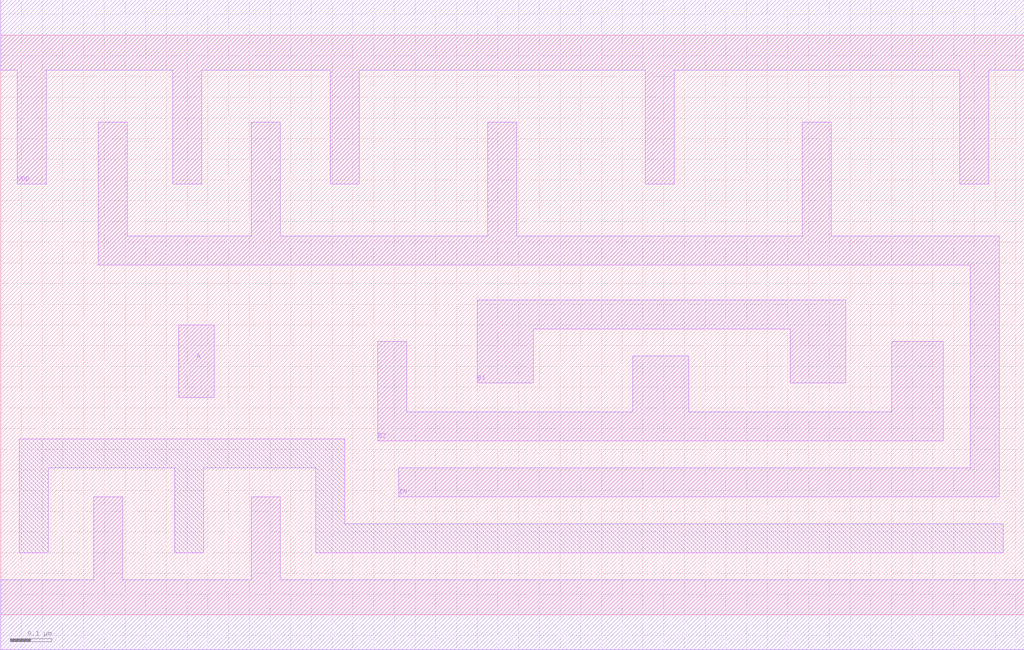
<source format=lef>
# 
# ******************************************************************************
# *                                                                            *
# *                   Copyright (C) 2004-2010, Nangate Inc.                    *
# *                           All rights reserved.                             *
# *                                                                            *
# * Nangate and the Nangate logo are trademarks of Nangate Inc.                *
# *                                                                            *
# * All trademarks, logos, software marks, and trade names (collectively the   *
# * "Marks") in this program are proprietary to Nangate or other respective    *
# * owners that have granted Nangate the right and license to use such Marks.  *
# * You are not permitted to use the Marks without the prior written consent   *
# * of Nangate or such third party that may own the Marks.                     *
# *                                                                            *
# * This file has been provided pursuant to a License Agreement containing     *
# * restrictions on its use. This file contains valuable trade secrets and     *
# * proprietary information of Nangate Inc., and is protected by U.S. and      *
# * international laws and/or treaties.                                        *
# *                                                                            *
# * The copyright notice(s) in this file does not indicate actual or intended  *
# * publication of this file.                                                  *
# *                                                                            *
# *     NGLibraryCreator, v2010.08-HR32-SP3-2010-08-05 - build 1009061800      *
# *                                                                            *
# ******************************************************************************
# 
# 
# Running on brazil06.nangate.com.br for user Giancarlo Franciscatto (gfr).
# Local time is now Fri, 3 Dec 2010, 19:32:18.
# Main process id is 27821.

VERSION 5.6 ;
BUSBITCHARS "[]" ;
DIVIDERCHAR "/" ;

MACRO OAI21_X4
  CLASS core ;
  FOREIGN OAI21_X4 0.0 0.0 ;
  ORIGIN 0 0 ;
  SYMMETRY X Y ;
  SITE FreePDK45_38x28_10R_NP_162NW_34O ;
  SIZE 2.47 BY 1.4 ;
  PIN A
    DIRECTION INPUT ;
    ANTENNAPARTIALMETALAREA 0.014875 LAYER metal1 ;
    ANTENNAPARTIALMETALSIDEAREA 0.0676 LAYER metal1 ;
    ANTENNAGATEAREA 0.209 ;
    PORT
      LAYER metal1 ;
        POLYGON 0.43 0.525 0.515 0.525 0.515 0.7 0.43 0.7  ;
    END
  END A
  PIN B1
    DIRECTION INPUT ;
    ANTENNAPARTIALMETALAREA 0.0974 LAYER metal1 ;
    ANTENNAPARTIALMETALSIDEAREA 0.3172 LAYER metal1 ;
    ANTENNAGATEAREA 0.209 ;
    PORT
      LAYER metal1 ;
        POLYGON 1.15 0.56 1.285 0.56 1.285 0.69 1.905 0.69 1.905 0.56 2.04 0.56 2.04 0.76 1.15 0.76  ;
    END
  END B1
  PIN B2
    DIRECTION INPUT ;
    ANTENNAPARTIALMETALAREA 0.146925 LAYER metal1 ;
    ANTENNAPARTIALMETALSIDEAREA 0.4966 LAYER metal1 ;
    ANTENNAGATEAREA 0.209 ;
    PORT
      LAYER metal1 ;
        POLYGON 0.91 0.42 2.275 0.42 2.275 0.66 2.15 0.66 2.15 0.49 1.66 0.49 1.66 0.625 1.525 0.625 1.525 0.49 0.98 0.49 0.98 0.66 0.91 0.66  ;
    END
  END B2
  PIN ZN
    DIRECTION OUTPUT ;
    ANTENNAPARTIALMETALAREA 0.36505 LAYER metal1 ;
    ANTENNAPARTIALMETALSIDEAREA 1.3741 LAYER metal1 ;
    ANTENNADIFFAREA 0.5852 ;
    PORT
      LAYER metal1 ;
        POLYGON 0.235 0.845 2.34 0.845 2.34 0.355 0.96 0.355 0.96 0.285 2.41 0.285 2.41 0.915 2.005 0.915 2.005 1.19 1.935 1.19 1.935 0.915 1.245 0.915 1.245 1.19 1.175 1.19 1.175 0.915 0.675 0.915 0.675 1.19 0.605 1.19 0.605 0.915 0.305 0.915 0.305 1.19 0.235 1.19  ;
    END
  END ZN
  PIN VDD
    DIRECTION INOUT ;
    USE power ;
    SHAPE ABUTMENT ;
    PORT
      LAYER metal1 ;
        POLYGON 0 1.315 0.04 1.315 0.04 1.04 0.11 1.04 0.11 1.315 0.415 1.315 0.415 1.04 0.485 1.04 0.485 1.315 0.795 1.315 0.795 1.04 0.865 1.04 0.865 1.315 1.555 1.315 1.555 1.04 1.625 1.04 1.625 1.315 2.315 1.315 2.315 1.04 2.385 1.04 2.385 1.315 2.42 1.315 2.47 1.315 2.47 1.485 2.42 1.485 0 1.485  ;
    END
  END VDD
  PIN VSS
    DIRECTION INOUT ;
    USE ground ;
    SHAPE ABUTMENT ;
    PORT
      LAYER metal1 ;
        POLYGON 0 -0.085 2.47 -0.085 2.47 0.085 0.675 0.085 0.675 0.285 0.605 0.285 0.605 0.085 0.295 0.085 0.295 0.285 0.225 0.285 0.225 0.085 0 0.085  ;
    END
  END VSS
  OBS
      LAYER metal1 ;
        POLYGON 0.045 0.15 0.115 0.15 0.115 0.355 0.42 0.355 0.42 0.15 0.49 0.15 0.49 0.355 0.76 0.355 0.76 0.15 2.42 0.15 2.42 0.22 0.83 0.22 0.83 0.425 0.045 0.425  ;
  END
END OAI21_X4

END LIBRARY
#
# End of file
#

</source>
